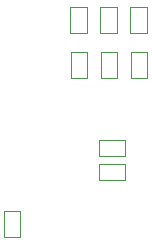
<source format=gbr>
%TF.GenerationSoftware,Altium Limited,Altium Designer,18.0.9 (584)*%
G04 Layer_Color=16711935*
%FSLAX26Y26*%
%MOIN*%
%TF.FileFunction,Other,Mechanical_13*%
%TF.Part,Single*%
G01*
G75*
%TA.AperFunction,NonConductor*%
%ADD33C,0.003937*%
D33*
X128955Y-1252598D02*
X182105D01*
X128955Y-1339214D02*
X182105D01*
X128955D02*
Y-1252598D01*
X182105Y-1339214D02*
Y-1252598D01*
X351441Y-809212D02*
X404591D01*
X351441Y-722597D02*
X404591D01*
X351441Y-809212D02*
Y-722597D01*
X404591Y-809212D02*
Y-722597D01*
X451441Y-809212D02*
X504591D01*
X451441Y-722597D02*
X504591D01*
X451441Y-809212D02*
Y-722597D01*
X504591Y-809212D02*
Y-722597D01*
X551441Y-809212D02*
X604591D01*
X551441Y-722597D02*
X604591D01*
X551441Y-809212D02*
Y-722597D01*
X604591Y-809212D02*
Y-722597D01*
X444095Y-1151378D02*
Y-1098227D01*
X530709Y-1151378D02*
Y-1098227D01*
X444095D02*
X530709D01*
X444095Y-1151378D02*
X530709D01*
X349473Y-659213D02*
Y-572597D01*
X406559Y-659213D02*
Y-572597D01*
X349473Y-659213D02*
X406559D01*
X349473Y-572597D02*
X406559D01*
X449473Y-659213D02*
Y-572597D01*
X506559Y-659213D02*
Y-572597D01*
X449473Y-659213D02*
X506559D01*
X449473Y-572597D02*
X506559D01*
X549473Y-659213D02*
Y-572597D01*
X606559Y-659213D02*
Y-572597D01*
X549473Y-659213D02*
X606559D01*
X549473Y-572597D02*
X606559D01*
X444095Y-1071378D02*
Y-1018227D01*
X530709Y-1071378D02*
Y-1018227D01*
X444095D02*
X530709D01*
X444095Y-1071378D02*
X530709D01*
%TF.MD5,708c6af23bd8db1c231f13702b369893*%
M02*

</source>
